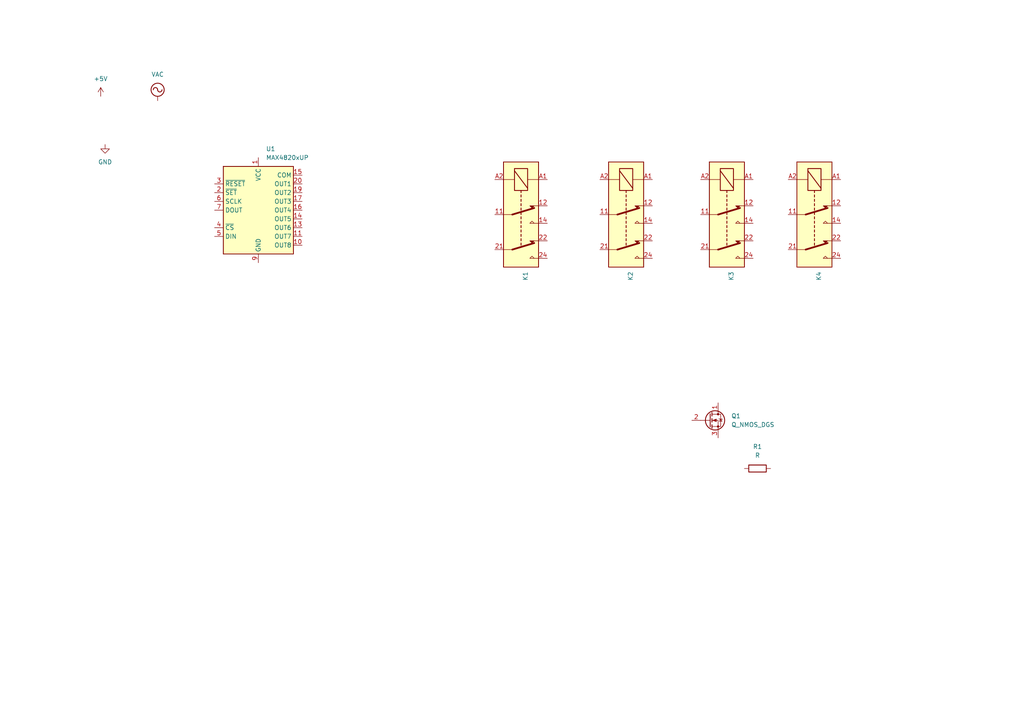
<source format=kicad_sch>
(kicad_sch (version 20230121) (generator eeschema)
  (paper "A4")
  (lib_symbols
    (symbol "Device:Q_NMOS_DGS" (pin_names (offset 0) hide)
      (property "Reference" "Q" (at 5.08 1.27 0))
      (property "Value" "Q_NMOS_DGS" (at 5.08 -1.27 0))
      (symbol "Q_NMOS_DGS_0_1"
        (polyline (pts (xy 0.254 0) (xy -2.54 0)))
        (polyline (pts (xy 0.254 1.905) (xy 0.254 -1.905)) (stroke (width 0.254)))
        (polyline (pts (xy 0.762 -1.27) (xy 0.762 -2.286)) (stroke (width 0.254)))
        (polyline (pts (xy 0.762 0.508) (xy 0.762 -0.508)) (stroke (width 0.254)))
        (polyline (pts (xy 0.762 2.286) (xy 0.762 1.27)) (stroke (width 0.254)))
        (polyline (pts (xy 2.54 2.54) (xy 2.54 1.778)))
        (polyline (pts (xy 2.54 -2.54) (xy 2.54 0) (xy 0.762 0)))
        (polyline (pts (xy 0.762 -1.778) (xy 3.302 -1.778) (xy 3.302 1.778) (xy 0.762 1.778)))
        (polyline (pts (xy 1.016 0) (xy 2.032 0.381) (xy 2.032 -0.381) (xy 1.016 0)) (fill (type outline)))
        (polyline (pts (xy 2.794 0.508) (xy 2.921 0.381) (xy 3.683 0.381) (xy 3.81 0.254)))
        (polyline (pts (xy 3.302 0.381) (xy 2.921 -0.254) (xy 3.683 -0.254) (xy 3.302 0.381)))
        (circle (center 1.651 0) (radius 2.794) (stroke (width 0.254)))
        (circle (center 2.54 -1.778) (radius 0.254) (fill (type outline)))
        (circle (center 2.54 1.778) (radius 0.254) (fill (type outline)))
      )
      (symbol "Q_NMOS_DGS_1_1"
        (pin passive line (at 2.54 5.08 270) (length 2.54) (name "D") (number "1"))
        (pin input line (at -5.08 0 0) (length 2.54) (name "G") (number "2"))
        (pin passive line (at 2.54 -5.08 90) (length 2.54) (name "S") (number "3"))
      )
    )
    (symbol "Device:R" (pin_numbers hide) (pin_names (offset 0))
      (property "Reference" "R" (at 2.032 0 90))
      (property "Value" "R" (at 0 0 90))
      (symbol "R_0_1"
        (rectangle (start -1.016 -2.54) (end 1.016 2.54) (stroke (width 0.254)))
      )
      (symbol "R_1_1"
        (pin passive line (at 0 3.81 270) (length 1.27) (name "~") (number "1"))
        (pin passive line (at 0 -3.81 90) (length 1.27) (name "~") (number "2"))
      )
    )
    (symbol "Driver_Relay:MAX4820xUP"
      (property "Reference" "U" (at 10.16 17.78 0))
      (property "Value" "MAX4820xUP" (at 10.16 15.24 0))
      (symbol "MAX4820xUP_0_0"
        (pin open_collector line (at 12.7 2.54 180) (length 2.54) (name "OUT3") (number "17"))
        (pin passive line (at 0 -15.24 90) (length 2.54) hide (name "GND") (number "18"))
        (pin open_collector line (at 12.7 5.08 180) (length 2.54) (name "OUT2") (number "19"))
        (pin open_collector line (at 12.7 7.62 180) (length 2.54) (name "OUT1") (number "20"))
        (pin passive line (at 0 -15.24 90) (length 2.54) hide (name "GND") (number "21"))
        (pin power_in line (at 0 -15.24 90) (length 2.54) (name "GND") (number "9"))
      )
      (symbol "MAX4820xUP_0_1"
        (rectangle (start -10.16 12.7) (end 10.16 -12.7) (stroke (width 0.254)) (fill (type background)))
      )
      (symbol "MAX4820xUP_1_1"
        (pin power_in line (at 0 15.24 270) (length 2.54) (name "VCC") (number "1"))
        (pin open_collector line (at 12.7 -10.16 180) (length 2.54) (name "OUT8") (number "10"))
        (pin open_collector line (at 12.7 -7.62 180) (length 2.54) (name "OUT7") (number "11"))
        (pin passive line (at 0 -15.24 90) (length 2.54) hide (name "GND") (number "12"))
        (pin open_collector line (at 12.7 -5.08 180) (length 2.54) (name "OUT6") (number "13"))
        (pin open_collector line (at 12.7 -2.54 180) (length 2.54) (name "OUT5") (number "14"))
        (pin passive line (at 12.7 10.16 180) (length 2.54) (name "COM") (number "15"))
        (pin open_collector line (at 12.7 0 180) (length 2.54) (name "OUT4") (number "16"))
        (pin input line (at -12.7 5.08 0) (length 2.54) (name "~{SET}") (number "2"))
        (pin input line (at -12.7 7.62 0) (length 2.54) (name "~{RESET}") (number "3"))
        (pin input line (at -12.7 -5.08 0) (length 2.54) (name "~{CS}") (number "4"))
        (pin input line (at -12.7 -7.62 0) (length 2.54) (name "DIN") (number "5"))
        (pin input line (at -12.7 2.54 0) (length 2.54) (name "SCLK") (number "6"))
        (pin output line (at -12.7 0 0) (length 2.54) (name "DOUT") (number "7"))
        (pin no_connect line (at -10.16 -2.54 0) (length 2.54) hide (name "NC") (number "8"))
      )
    )
    (symbol "Relay:Relay_DPDT"
      (property "Reference" "K" (at 16.51 3.81 0))
      (property "Value" "Relay_DPDT" (at 16.51 1.27 0))
      (symbol "Relay_DPDT_0_1"
        (rectangle (start -15.24 5.08) (end 15.24 -5.08) (stroke (width 0.254)) (fill (type background)))
        (rectangle (start -13.335 1.905) (end -6.985 -1.905) (stroke (width 0.254)))
        (polyline (pts (xy -12.7 -1.905) (xy -7.62 1.905)) (stroke (width 0.254)))
        (polyline (pts (xy -10.16 -5.08) (xy -10.16 -1.905)))
        (polyline (pts (xy -10.16 5.08) (xy -10.16 1.905)))
        (polyline (pts (xy -6.985 0) (xy -6.35 0)) (stroke (width 0.254)))
        (polyline (pts (xy -5.715 0) (xy -5.08 0)) (stroke (width 0.254)))
        (polyline (pts (xy -4.445 0) (xy -3.81 0)) (stroke (width 0.254)))
        (polyline (pts (xy -3.175 0) (xy -2.54 0)) (stroke (width 0.254)))
        (polyline (pts (xy -1.905 0) (xy -1.27 0)) (stroke (width 0.254)))
        (polyline (pts (xy -0.635 0) (xy 0 0)) (stroke (width 0.254)))
        (polyline (pts (xy 0 -2.54) (xy -1.905 3.81)) (stroke (width 0.508)))
        (polyline (pts (xy 0 -2.54) (xy 0 -5.08)))
        (polyline (pts (xy 0.635 0) (xy 1.27 0)) (stroke (width 0.254)))
        (polyline (pts (xy 1.905 0) (xy 2.54 0)) (stroke (width 0.254)))
        (polyline (pts (xy 3.175 0) (xy 3.81 0)) (stroke (width 0.254)))
        (polyline (pts (xy 4.445 0) (xy 5.08 0)) (stroke (width 0.254)))
        (polyline (pts (xy 5.715 0) (xy 6.35 0)) (stroke (width 0.254)))
        (polyline (pts (xy 6.985 0) (xy 7.62 0)) (stroke (width 0.254)))
        (polyline (pts (xy 8.255 0) (xy 8.89 0)) (stroke (width 0.254)))
        (polyline (pts (xy 10.16 -2.54) (xy 8.255 3.81)) (stroke (width 0.508)))
        (polyline (pts (xy 10.16 -2.54) (xy 10.16 -5.08)))
        (polyline (pts (xy -2.54 5.08) (xy -2.54 2.54) (xy -1.905 3.175) (xy -2.54 3.81)) (fill (type outline)))
        (polyline (pts (xy 2.54 5.08) (xy 2.54 2.54) (xy 1.905 3.175) (xy 2.54 3.81)))
        (polyline (pts (xy 7.62 5.08) (xy 7.62 2.54) (xy 8.255 3.175) (xy 7.62 3.81)) (fill (type outline)))
        (polyline (pts (xy 12.7 5.08) (xy 12.7 2.54) (xy 12.065 3.175) (xy 12.7 3.81)))
      )
      (symbol "Relay_DPDT_1_1"
        (pin passive line (at 0 -7.62 90) (length 2.54) (name "~") (number "11"))
        (pin passive line (at -2.54 7.62 270) (length 2.54) (name "~") (number "12"))
        (pin passive line (at 2.54 7.62 270) (length 2.54) (name "~") (number "14"))
        (pin passive line (at 10.16 -7.62 90) (length 2.54) (name "~") (number "21"))
        (pin passive line (at 7.62 7.62 270) (length 2.54) (name "~") (number "22"))
        (pin passive line (at 12.7 7.62 270) (length 2.54) (name "~") (number "24"))
        (pin passive line (at -10.16 7.62 270) (length 2.54) (name "~") (number "A1"))
        (pin passive line (at -10.16 -7.62 90) (length 2.54) (name "~") (number "A2"))
      )
    )
    (symbol "power:+5V" (power) (pin_names (offset 0))
      (property "Value" "+5V" (at 0 3.556 0))
      (symbol "+5V_0_1"
        (polyline (pts (xy -0.762 1.27) (xy 0 2.54)))
        (polyline (pts (xy 0 0) (xy 0 2.54)))
        (polyline (pts (xy 0 2.54) (xy 0.762 1.27)))
      )
      (symbol "+5V_1_1"
        (pin power_in line (at 0 0 90) (length 0) hide (name "+5V") (number "1"))
      )
    )
    (symbol "power:GND" (power) (pin_names (offset 0))
      (property "Value" "GND" (at 0 -3.81 0))
      (symbol "GND_0_1"
        (polyline (pts (xy 0 0) (xy 0 -1.27) (xy 1.27 -1.27) (xy 0 -2.54) (xy -1.27 -1.27) (xy 0 -1.27)))
      )
      (symbol "GND_1_1"
        (pin power_in line (at 0 0 270) (length 0) hide (name "GND") (number "1"))
      )
    )
    (symbol "power:VAC" (power) (pin_names (offset 0))
      (property "Value" "VAC" (at 0 6.35 0))
      (symbol "VAC_0_1"
        (polyline (pts (xy 0 0) (xy 0 1.27)))
        (arc (start 0 3.175) (mid -0.635 3.8073) (end -1.27 3.175) (stroke (width 0.254)))
        (arc (start 0 3.175) (mid 0.635 2.5427) (end 1.27 3.175) (stroke (width 0.254)))
        (circle (center 0 3.175) (radius 1.905) (stroke (width 0.254)))
      )
      (symbol "VAC_1_1"
        (pin power_in line (at 0 0 90) (length 0) hide (name "VAC") (number "1"))
      )
    )
  )
  (symbol (lib_id "power:VAC") (at 45.72 29.21 0) (unit 1)
    (property "Reference" "#PWR03" (effects hide))
    (property "Value" "VAC" (at 45.72 21.59 0))
  )
  (symbol (lib_id "Driver_Relay:MAX4820xUP") (at 74.93 60.96 0) (unit 1)
    (property "Reference" "U1" (at 77.1241 43.18 0) (effects (justify left)))
    (property "Value" "MAX4820xUP" (at 77.1241 45.72 0) (effects (justify left)))
    (property "Footprint" "Package_SO:TSSOP-20-1EP_4.4x6.5mm_P0.65mm_EP2.15x3.35mm" (effects hide))
    (property "Datasheet" "https://datasheets.maximintegrated.com/en/ds/MAX4820-MAX4821.pdf" (effects hide))
  )
  (symbol (lib_id "Device:Q_NMOS_DGS") (at 205.74 121.92 0) (unit 1)
    (property "Reference" "Q1" (at 212.09 120.65 0) (effects (justify left)))
    (property "Value" "Q_NMOS_DGS" (at 212.09 123.19 0) (effects (justify left)))
    (property "Footprint" "Package_TO_SOT_SMD:SC-59" (effects hide))
  )
  (symbol (lib_id "Relay:Relay_DPDT") (at 151.13 62.23 270) (unit 1)
    (property "Reference" "K1" (at 152.4 78.74 0) (effects (justify left)))
    (property "Value" "Omron Relay" (effects hide))
    (property "Footprint" "Relay_THT:Relay_DPDT_Omron_G2RL-2" (effects hide))
  )
  (symbol (lib_id "Relay:Relay_DPDT") (at 210.82 62.23 270) (unit 1)
    (property "Reference" "K3" (at 212.09 78.74 0) (effects (justify left)))
    (property "Value" "Omron Relay" (effects hide))
    (property "Footprint" "Relay_THT:Relay_DPDT_Omron_G2RL-2" (effects hide))
  )
  (symbol (lib_id "power:+5V") (at 29.21 27.94 0) (unit 1)
    (property "Reference" "#PWR01" (effects hide))
    (property "Value" "+5V" (at 29.21 22.86 0))
  )
  (symbol (lib_id "Device:R") (at 219.71 135.89 90) (unit 1)
    (property "Reference" "R1" (at 219.71 129.54 90))
    (property "Value" "R" (at 219.71 132.08 90))
    (property "Footprint" "Resistor_SMD:R_1206_3216Metric" (effects hide))
  )
  (symbol (lib_id "power:GND") (at 30.48 41.91 0) (unit 1)
    (property "Reference" "#PWR02" (effects hide))
    (property "Value" "GND" (at 30.48 46.99 0))
  )
  (symbol (lib_id "Relay:Relay_DPDT") (at 236.22 62.23 270) (unit 1)
    (property "Reference" "K4" (at 237.49 78.74 0) (effects (justify left)))
    (property "Value" "Omron Relay" (effects hide))
    (property "Footprint" "Relay_THT:Relay_DPDT_Omron_G2RL-2" (effects hide))
  )
  (symbol (lib_id "Relay:Relay_DPDT") (at 181.61 62.23 270) (unit 1)
    (property "Reference" "K2" (at 182.88 78.74 0) (effects (justify left)))
    (property "Value" "Omron Relay" (effects hide))
    (property "Footprint" "Relay_THT:Relay_DPDT_Omron_G2RL-2" (effects hide))
  )
)
</source>
